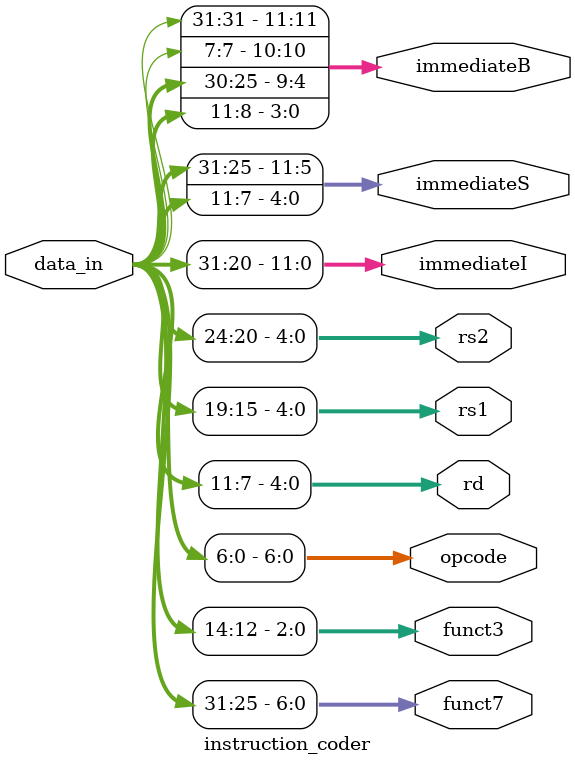
<source format=v>

module instruction_coder(data_in, funct7, funct3, opcode, rd, rs1, rs2, immediateI, immediateS, immediateB);

	//Inputs & outputs
	input wire [31:0] data_in;
	output reg [6:0] funct7;
	output reg [2:0] funct3;
	output reg [6:0] opcode;
	output reg [4:0] rd, rs1, rs2;
	output reg [11:0] immediateI, immediateS;
	output reg [11:0] immediateB;

	//Functional block	
	always @*
	begin
		funct7 = data_in[31:25];
		funct3 = data_in[14:12];
		opcode = data_in[6:0];
		rd = data_in[11:7];
		rs1 = data_in[19:15];
		rs2 = data_in[24:20];
		immediateI = data_in[31:20];
		immediateS = {data_in[31:25], data_in[11:7]};
		immediateB = {data_in[31], data_in[7], data_in[30:25], data_in[11:8]};
	end
endmodule

</source>
